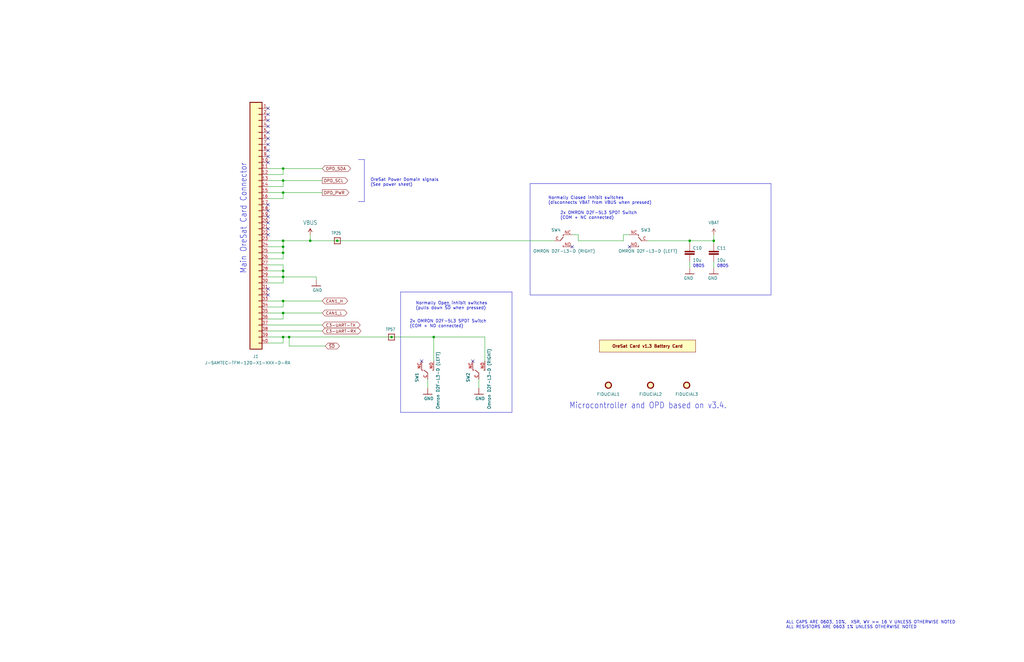
<source format=kicad_sch>
(kicad_sch (version 20230121) (generator eeschema)
  (paper "B")
  (title_block (title "OreSat Battery Card - Connectors") (date "2023-12-02") (rev "3.1"))
  (lib_symbols
    (symbol "Mechanical:Fiducial"
      (property "Reference" "FID" (at 0 5.08 0))
      (property "Value" "Fiducial" (at 0 3.175 0))
      (symbol "Fiducial_0_1"
        (circle (center 0 0) (radius 1.27) (stroke (width 0.508)) (fill (type background)))
      )
    )
    (symbol "oresat-batteries-eagle-import:C-EU0805-B-NOSILK"
      (property "Reference" "C" (at 1.524 0.381 0))
      (symbol "C-EU0805-B-NOSILK_1_0"
        (rectangle (start -2.032 -2.032) (end 2.032 -1.524) (fill (type outline)))
        (rectangle (start -2.032 -1.016) (end 2.032 -0.508) (fill (type outline)))
        (polyline (pts (xy 0 -2.54) (xy 0 -2.032)) (stroke (width 0.1524)))
        (polyline (pts (xy 0 0) (xy 0 -0.508)) (stroke (width 0.1524)))
        (pin passive line (at 0 2.54 270) (length 2.54) (name "1") (number "1"))
        (pin passive line (at 0 -5.08 90) (length 2.54) (name "2") (number "2"))
      )
    )
    (symbol "oresat-batteries-eagle-import:TEST-POINT-LARGE-SQUARE"
      (property "Reference" "TP" (at -2.54 2.54 0))
      (symbol "TEST-POINT-LARGE-SQUARE_1_0"
        (polyline (pts (xy -1.27 -1.27) (xy -1.27 1.27)) (stroke (width 0.254)))
        (polyline (pts (xy -1.27 1.27) (xy 1.27 1.27)) (stroke (width 0.254)))
        (polyline (pts (xy 1.27 -1.27) (xy -1.27 -1.27)) (stroke (width 0.254)))
        (polyline (pts (xy 1.27 1.27) (xy 1.27 -1.27)) (stroke (width 0.254)))
        (pin passive line (at 0 0 0) (length 0) (name "1") (number "1"))
      )
    )
    (symbol "oresat-batteries-eagle-import:VBUS" (power)
      (property "Value" "VBUS" (at 0 0.254 0))
      (symbol "VBUS_1_0"
        (polyline (pts (xy 0 0) (xy -0.762 -1.27)) (stroke (width 0.254)))
        (polyline (pts (xy 0.762 -1.27) (xy 0 0)) (stroke (width 0.254)))
        (pin power_in line (at 0 -2.54 90) (length 2.54) (name "VBUS") (number "1"))
      )
    )
    (symbol "oresat-batteries-eagle-import:supply1_GND" (power)
      (property "Value" "supply1_GND" (at -2.54 -2.54 0))
      (symbol "supply1_GND_1_0"
        (polyline (pts (xy -1.905 0) (xy 1.905 0)) (stroke (width 0.254)))
        (pin power_in line (at 0 2.54 270) (length 2.54) (name "GND") (number "1"))
      )
    )
    (symbol "oresat-connectors:J-SAMTEC-TFM-120-01-L-D-RA" (pin_names hide)
      (property "Reference" "J" (at 0 54.61 0))
      (property "Value" "J-SAMTEC-TFM-120-01-L-D-RA" (at 0 52.07 0))
      (symbol "J-SAMTEC-TFM-120-01-L-D-RA_0_1"
        (rectangle (start 2.413 -50.673) (end 1.143 -50.927) (stroke (width 0.1524)))
        (rectangle (start 2.413 -48.133) (end 1.143 -48.387) (stroke (width 0.1524)))
        (rectangle (start 2.413 -45.593) (end 1.143 -45.847) (stroke (width 0.1524)))
        (rectangle (start 2.413 -43.053) (end 1.143 -43.307) (stroke (width 0.1524)))
        (rectangle (start 2.413 -40.513) (end 1.143 -40.767) (stroke (width 0.1524)))
        (rectangle (start 2.413 -37.973) (end 1.143 -38.227) (stroke (width 0.1524)))
        (rectangle (start 2.413 -35.433) (end 1.143 -35.687) (stroke (width 0.1524)))
        (rectangle (start 2.413 -32.893) (end 1.143 -33.147) (stroke (width 0.1524)))
        (rectangle (start 2.413 -30.353) (end 1.143 -30.607) (stroke (width 0.1524)))
        (rectangle (start 2.413 -27.813) (end 1.143 -28.067) (stroke (width 0.1524)))
        (rectangle (start 2.413 -25.273) (end 1.143 -25.527) (stroke (width 0.1524)))
        (rectangle (start 2.413 -22.733) (end 1.143 -22.987) (stroke (width 0.1524)))
        (rectangle (start 2.413 -20.193) (end 1.143 -20.447) (stroke (width 0.1524)))
        (rectangle (start 2.413 -17.653) (end 1.143 -17.907) (stroke (width 0.1524)))
        (rectangle (start 2.413 -15.113) (end 1.143 -15.367) (stroke (width 0.1524)))
        (rectangle (start 2.413 -12.573) (end 1.143 -12.827) (stroke (width 0.1524)))
        (rectangle (start 2.413 -10.033) (end 1.143 -10.287) (stroke (width 0.1524)))
        (rectangle (start 2.413 -7.493) (end 1.143 -7.747) (stroke (width 0.1524)))
        (rectangle (start 2.413 -4.953) (end 1.143 -5.207) (stroke (width 0.1524)))
        (rectangle (start 2.413 -2.413) (end 1.143 -2.667) (stroke (width 0.1524)))
        (rectangle (start 2.413 0.127) (end 1.143 -0.127) (stroke (width 0.1524)))
        (rectangle (start 2.413 2.667) (end 1.143 2.413) (stroke (width 0.1524)))
        (rectangle (start 2.413 5.207) (end 1.143 4.953) (stroke (width 0.1524)))
        (rectangle (start 2.413 7.747) (end 1.143 7.493) (stroke (width 0.1524)))
        (rectangle (start 2.413 10.287) (end 1.143 10.033) (stroke (width 0.1524)))
        (rectangle (start 2.413 12.827) (end 1.143 12.573) (stroke (width 0.1524)))
        (rectangle (start 2.413 15.367) (end 1.143 15.113) (stroke (width 0.1524)))
        (rectangle (start 2.413 17.907) (end 1.143 17.653) (stroke (width 0.1524)))
        (rectangle (start 2.413 20.447) (end 1.143 20.193) (stroke (width 0.1524)))
        (rectangle (start 2.413 22.987) (end 1.143 22.733) (stroke (width 0.1524)))
        (rectangle (start 2.413 25.527) (end 1.143 25.273) (stroke (width 0.1524)))
        (rectangle (start 2.413 28.067) (end 1.143 27.813) (stroke (width 0.1524)))
        (rectangle (start 2.413 30.607) (end 1.143 30.353) (stroke (width 0.1524)))
        (rectangle (start 2.413 33.147) (end 1.143 32.893) (stroke (width 0.1524)))
        (rectangle (start 2.413 35.687) (end 1.143 35.433) (stroke (width 0.1524)))
        (rectangle (start 2.413 38.227) (end 1.143 37.973) (stroke (width 0.1524)))
        (rectangle (start 2.413 40.767) (end 1.143 40.513) (stroke (width 0.1524)))
        (rectangle (start 2.413 43.307) (end 1.143 43.053) (stroke (width 0.1524)))
        (rectangle (start 2.413 45.847) (end 1.143 45.593) (stroke (width 0.1524)))
        (rectangle (start 2.413 48.387) (end 1.143 48.133) (stroke (width 0.1524)))
      )
      (symbol "J-SAMTEC-TFM-120-01-L-D-RA_1_1"
        (rectangle (start -2.54 50.8) (end 2.54 -53.34) (stroke (width 0.4)) (fill (type background)))
        (pin passive line (at 5.08 48.26 180) (length 2.54) (name "") (number "1"))
        (pin passive line (at 5.08 25.4 180) (length 2.54) (name "") (number "10"))
        (pin passive line (at 5.08 22.86 180) (length 2.54) (name "") (number "11"))
        (pin passive line (at 5.08 20.32 180) (length 2.54) (name "") (number "12"))
        (pin passive line (at 5.08 17.78 180) (length 2.54) (name "") (number "13"))
        (pin passive line (at 5.08 15.24 180) (length 2.54) (name "") (number "14"))
        (pin passive line (at 5.08 12.7 180) (length 2.54) (name "") (number "15"))
        (pin passive line (at 5.08 10.16 180) (length 2.54) (name "") (number "16"))
        (pin passive line (at 5.08 7.62 180) (length 2.54) (name "") (number "17"))
        (pin passive line (at 5.08 5.08 180) (length 2.54) (name "") (number "18"))
        (pin passive line (at 5.08 2.54 180) (length 2.54) (name "") (number "19"))
        (pin passive line (at 5.08 45.72 180) (length 2.54) (name "") (number "2"))
        (pin passive line (at 5.08 0 180) (length 2.54) (name "") (number "20"))
        (pin passive line (at 5.08 -2.54 180) (length 2.54) (name "") (number "21"))
        (pin passive line (at 5.08 -5.08 180) (length 2.54) (name "") (number "22"))
        (pin passive line (at 5.08 -7.62 180) (length 2.54) (name "") (number "23"))
        (pin passive line (at 5.08 -10.16 180) (length 2.54) (name "") (number "24"))
        (pin passive line (at 5.08 -12.7 180) (length 2.54) (name "") (number "25"))
        (pin passive line (at 5.08 -15.24 180) (length 2.54) (name "") (number "26"))
        (pin passive line (at 5.08 -17.78 180) (length 2.54) (name "") (number "27"))
        (pin passive line (at 5.08 -20.32 180) (length 2.54) (name "") (number "28"))
        (pin passive line (at 5.08 -22.86 180) (length 2.54) (name "") (number "29"))
        (pin passive line (at 5.08 43.18 180) (length 2.54) (name "") (number "3"))
        (pin passive line (at 5.08 -25.4 180) (length 2.54) (name "") (number "30"))
        (pin passive line (at 5.08 -27.94 180) (length 2.54) (name "") (number "31"))
        (pin passive line (at 5.08 -30.48 180) (length 2.54) (name "") (number "32"))
        (pin passive line (at 5.08 -33.02 180) (length 2.54) (name "") (number "33"))
        (pin passive line (at 5.08 -35.56 180) (length 2.54) (name "") (number "34"))
        (pin passive line (at 5.08 -38.1 180) (length 2.54) (name "") (number "35"))
        (pin passive line (at 5.08 -40.64 180) (length 2.54) (name "") (number "36"))
        (pin passive line (at 5.08 -43.18 180) (length 2.54) (name "") (number "37"))
        (pin passive line (at 5.08 -45.72 180) (length 2.54) (name "") (number "38"))
        (pin passive line (at 5.08 -48.26 180) (length 2.54) (name "") (number "39"))
        (pin passive line (at 5.08 40.64 180) (length 2.54) (name "") (number "4"))
        (pin passive line (at 5.08 -50.8 180) (length 2.54) (name "") (number "40"))
        (pin passive line (at 5.08 38.1 180) (length 2.54) (name "") (number "5"))
        (pin passive line (at 5.08 35.56 180) (length 2.54) (name "") (number "6"))
        (pin passive line (at 5.08 33.02 180) (length 2.54) (name "") (number "7"))
        (pin passive line (at 5.08 30.48 180) (length 2.54) (name "") (number "8"))
        (pin passive line (at 5.08 27.94 180) (length 2.54) (name "") (number "9"))
      )
    )
    (symbol "oresat-misc:OMRON-D2F-L3-D-LEFT"
      (property "Reference" "SW" (at -5.08 3.81 0))
      (symbol "OMRON-D2F-L3-D-LEFT_1_0"
        (polyline (pts (xy -1.27 0) (xy 0 1.524)) (stroke (width 0.254)))
        (polyline (pts (xy 0 -2.54) (xy 0 -2.032)) (stroke (width 0.254)))
        (polyline (pts (xy 0 2.54) (xy 0 2.032)) (stroke (width 0.254)))
        (pin passive line (at -3.81 0 0) (length 2.54) (name "COM") (number "C"))
        (pin passive line (at 3.81 2.54 180) (length 3.81) (name "NC") (number "NC"))
        (pin passive line (at 3.81 -2.54 180) (length 3.81) (name "NO") (number "NO"))
      )
    )
    (symbol "oresat-misc:OMRON-D2F-L3-D-RIGHT"
      (property "Reference" "SW" (at -6.35 3.81 0))
      (symbol "OMRON-D2F-L3-D-RIGHT_1_0"
        (polyline (pts (xy -1.27 0) (xy 0 1.524)) (stroke (width 0.254)))
        (polyline (pts (xy 0 -2.54) (xy 0 -2.032)) (stroke (width 0.254)))
        (polyline (pts (xy 0 2.54) (xy 0 2.032)) (stroke (width 0.254)))
        (pin passive line (at -3.81 0 0) (length 2.54) (name "COM") (number "C"))
        (pin passive line (at 3.81 2.54 180) (length 3.81) (name "NC") (number "NC"))
        (pin passive line (at 3.81 -2.54 180) (length 3.81) (name "NO") (number "NO"))
      )
    )
    (symbol "oresat-pcbs:ORESAT-CARD-V1.3-BATTERY"
      (symbol "ORESAT-CARD-V1.3-BATTERY_1_0"
        (rectangle (start -20.32 2.54) (end 20.32 -2.54) (fill (type background)))
        (text "OreSat Card v1.3 Battery Card" (at 0 0 0) (effects (font (size 1.27 1.27) bold)))
      )
    )
    (symbol "oresat-power:VBAT" (power) (pin_names (offset 0))
      (property "Value" "VBAT" (at 0 3.556 0))
      (symbol "VBAT_0_1"
        (polyline (pts (xy -0.762 1.27) (xy 0 2.54)))
        (polyline (pts (xy 0 0) (xy 0 2.54)))
        (polyline (pts (xy 0 2.54) (xy 0.762 1.27)))
      )
      (symbol "VBAT_1_1"
        (pin power_in line (at 0 0 90) (length 0) hide (name "VBAT") (number "1"))
      )
    )
  )
  (junction (at 300.99 101.6))
  (junction (at 119.38 71.12))
  (junction (at 290.83 101.6))
  (junction (at 119.38 81.28))
  (junction (at 119.38 101.6))
  (junction (at 119.38 104.14))
  (junction (at 165.1 142.24))
  (junction (at 119.38 76.2))
  (junction (at 119.38 127))
  (junction (at 130.81 101.6))
  (junction (at 119.38 142.24))
  (junction (at 121.92 142.24))
  (junction (at 182.88 142.24))
  (junction (at 119.38 106.68))
  (junction (at 142.24 101.6))
  (junction (at 119.38 132.08))
  (junction (at 119.38 114.3))
  (junction (at 119.38 116.84))
  (no_connect (at 113.03 91.44))
  (no_connect (at 113.03 88.9))
  (no_connect (at 113.03 50.8))
  (no_connect (at 113.03 55.88))
  (no_connect (at 113.03 99.06))
  (no_connect (at 113.03 58.42))
  (no_connect (at 199.39 152.4))
  (no_connect (at 113.03 93.98))
  (no_connect (at 113.03 66.04))
  (no_connect (at 113.03 96.52))
  (no_connect (at 113.03 124.46))
  (no_connect (at 113.03 68.58))
  (no_connect (at 113.03 60.96))
  (no_connect (at 113.03 53.34))
  (no_connect (at 113.03 63.5))
  (no_connect (at 113.03 121.92))
  (no_connect (at 113.03 86.36))
  (no_connect (at 241.3 104.14))
  (no_connect (at 113.03 45.72))
  (no_connect (at 265.43 104.14))
  (no_connect (at 113.03 48.26))
  (no_connect (at 177.8 152.4))
  (polyline (pts (xy 215.9 123.19) (xy 168.91 123.19)) (stroke (width 0.1524) (type solid)))
  (wire (pts (xy 113.03 119.38) (xy 119.38 119.38)) (stroke (width 0.1524)))
  (wire (pts (xy 119.38 78.74) (xy 119.38 76.2)) (stroke (width 0.1524)))
  (wire (pts (xy 119.38 106.68) (xy 119.38 104.14)) (stroke (width 0.1524)))
  (wire (pts (xy 119.38 127) (xy 135.89 127)) (stroke (width 0.1524)))
  (wire (pts (xy 113.03 78.74) (xy 119.38 78.74)) (stroke (width 0.1524)))
  (wire (pts (xy 241.3 99.06) (xy 242.57 99.06)))
  (wire (pts (xy 113.03 111.76) (xy 119.38 111.76)) (stroke (width 0.1524)))
  (wire (pts (xy 119.38 104.14) (xy 113.03 104.14)) (stroke (width 0.1524)))
  (wire (pts (xy 243.84 101.6) (xy 262.89 101.6)) (stroke (width 0.1524)))
  (polyline (pts (xy 325.12 77.47) (xy 223.52 77.47)) (stroke (width 0.1524) (type solid)))
  (wire (pts (xy 274.32 101.6) (xy 290.83 101.6)) (stroke (width 0.1524)))
  (wire (pts (xy 290.83 110.49) (xy 290.83 113.03)) (stroke (width 0.1524)))
  (wire (pts (xy 119.38 129.54) (xy 119.38 127)) (stroke (width 0.1524)))
  (wire (pts (xy 273.05 101.6) (xy 274.32 101.6)))
  (wire (pts (xy 300.99 99.06) (xy 300.99 101.6)))
  (wire (pts (xy 119.38 132.08) (xy 135.89 132.08)) (stroke (width 0.1524)))
  (wire (pts (xy 119.38 144.78) (xy 119.38 142.24)) (stroke (width 0.1524)))
  (wire (pts (xy 119.38 76.2) (xy 113.03 76.2)) (stroke (width 0.1524)))
  (wire (pts (xy 113.03 114.3) (xy 119.38 114.3)) (stroke (width 0.1524)))
  (wire (pts (xy 180.34 161.29) (xy 180.34 163.83)) (stroke (width 0.1524)))
  (polyline (pts (xy 168.91 123.19) (xy 168.91 173.99)) (stroke (width 0.1524) (type solid)))
  (wire (pts (xy 113.03 132.08) (xy 119.38 132.08)) (stroke (width 0.1524)))
  (wire (pts (xy 119.38 109.22) (xy 119.38 106.68)) (stroke (width 0.1524)))
  (wire (pts (xy 121.92 142.24) (xy 165.1 142.24)) (stroke (width 0.1524)))
  (wire (pts (xy 119.38 83.82) (xy 119.38 81.28)) (stroke (width 0.1524)))
  (wire (pts (xy 242.57 99.06) (xy 243.84 99.06)) (stroke (width 0.1524)))
  (wire (pts (xy 182.88 151.13) (xy 182.88 142.24)) (stroke (width 0.1524)))
  (wire (pts (xy 182.88 142.24) (xy 204.47 142.24)) (stroke (width 0.1524)))
  (wire (pts (xy 113.03 116.84) (xy 119.38 116.84)) (stroke (width 0.1524)))
  (wire (pts (xy 121.92 146.05) (xy 121.92 142.24)) (stroke (width 0.1524)))
  (wire (pts (xy 300.99 102.87) (xy 300.99 101.6)) (stroke (width 0.1524)))
  (wire (pts (xy 119.38 76.2) (xy 135.89 76.2)) (stroke (width 0.1524)))
  (wire (pts (xy 133.35 116.84) (xy 133.35 118.11)) (stroke (width 0.1524)))
  (wire (pts (xy 119.38 81.28) (xy 135.89 81.28)) (stroke (width 0.1524)))
  (wire (pts (xy 119.38 73.66) (xy 119.38 71.12)) (stroke (width 0.1524)))
  (wire (pts (xy 113.03 134.62) (xy 119.38 134.62)) (stroke (width 0.1524)))
  (polyline (pts (xy 168.91 173.99) (xy 215.9 173.99)) (stroke (width 0.1524) (type solid)))
  (wire (pts (xy 165.1 142.24) (xy 182.88 142.24)) (stroke (width 0.1524)))
  (wire (pts (xy 119.38 116.84) (xy 133.35 116.84)) (stroke (width 0.1524)))
  (polyline (pts (xy 215.9 173.99) (xy 215.9 123.19)) (stroke (width 0.1524) (type solid)))
  (wire (pts (xy 243.84 99.06) (xy 243.84 101.6)) (stroke (width 0.1524)))
  (wire (pts (xy 113.03 109.22) (xy 119.38 109.22)) (stroke (width 0.1524)))
  (wire (pts (xy 182.88 151.13) (xy 182.88 152.4)))
  (polyline (pts (xy 223.52 124.46) (xy 325.12 124.46)) (stroke (width 0.1524) (type solid)))
  (wire (pts (xy 119.38 101.6) (xy 119.38 104.14)) (stroke (width 0.1524)))
  (wire (pts (xy 119.38 142.24) (xy 113.03 142.24)) (stroke (width 0.1524)))
  (wire (pts (xy 119.38 114.3) (xy 119.38 116.84)) (stroke (width 0.1524)))
  (polyline (pts (xy 223.52 77.47) (xy 223.52 124.46)) (stroke (width 0.1524) (type solid)))
  (wire (pts (xy 119.38 119.38) (xy 119.38 116.84)) (stroke (width 0.1524)))
  (wire (pts (xy 119.38 101.6) (xy 130.81 101.6)) (stroke (width 0.1524)))
  (wire (pts (xy 262.89 101.6) (xy 262.89 99.06)) (stroke (width 0.1524)))
  (wire (pts (xy 130.81 101.6) (xy 142.24 101.6)))
  (wire (pts (xy 119.38 114.3) (xy 119.38 111.76)) (stroke (width 0.1524)))
  (wire (pts (xy 113.03 144.78) (xy 119.38 144.78)) (stroke (width 0.1524)))
  (wire (pts (xy 201.93 163.83) (xy 201.93 161.29)) (stroke (width 0.1524)))
  (wire (pts (xy 204.47 142.24) (xy 204.47 152.4)) (stroke (width 0.1524)))
  (wire (pts (xy 113.03 127) (xy 119.38 127)) (stroke (width 0.1524)))
  (wire (pts (xy 113.03 137.16) (xy 135.89 137.16)) (stroke (width 0.1524)))
  (polyline (pts (xy 151.13 67.31) (xy 153.67 67.31)) (stroke (width 0.1524) (type solid)))
  (wire (pts (xy 113.03 129.54) (xy 119.38 129.54)) (stroke (width 0.1524)))
  (wire (pts (xy 119.38 81.28) (xy 113.03 81.28)) (stroke (width 0.1524)))
  (wire (pts (xy 300.99 110.49) (xy 300.99 113.03)) (stroke (width 0.1524)))
  (wire (pts (xy 290.83 101.6) (xy 300.99 101.6)) (stroke (width 0.1524)))
  (wire (pts (xy 180.34 160.02) (xy 180.34 161.29)))
  (wire (pts (xy 262.89 99.06) (xy 264.16 99.06)) (stroke (width 0.1524)))
  (wire (pts (xy 113.03 101.6) (xy 119.38 101.6)) (stroke (width 0.1524)))
  (wire (pts (xy 232.41 101.6) (xy 233.68 101.6)))
  (wire (pts (xy 119.38 71.12) (xy 113.03 71.12)) (stroke (width 0.1524)))
  (wire (pts (xy 137.16 146.05) (xy 121.92 146.05)) (stroke (width 0.1524)))
  (wire (pts (xy 119.38 142.24) (xy 121.92 142.24)) (stroke (width 0.1524)))
  (wire (pts (xy 201.93 160.02) (xy 201.93 161.29)))
  (polyline (pts (xy 153.67 85.09) (xy 151.13 85.09)) (stroke (width 0.1524) (type solid)))
  (wire (pts (xy 113.03 73.66) (xy 119.38 73.66)) (stroke (width 0.1524)))
  (polyline (pts (xy 153.67 67.31) (xy 153.67 85.09)) (stroke (width 0.1524) (type solid)))
  (wire (pts (xy 290.83 102.87) (xy 290.83 101.6)) (stroke (width 0.1524)))
  (polyline (pts (xy 325.12 124.46) (xy 325.12 77.47)) (stroke (width 0.1524) (type solid)))
  (wire (pts (xy 264.16 99.06) (xy 265.43 99.06)))
  (wire (pts (xy 113.03 139.7) (xy 135.89 139.7)) (stroke (width 0.1524)))
  (wire (pts (xy 113.03 106.68) (xy 119.38 106.68)) (stroke (width 0.1524)))
  (wire (pts (xy 142.24 101.6) (xy 232.41 101.6)) (stroke (width 0.1524)))
  (wire (pts (xy 113.03 83.82) (xy 119.38 83.82)) (stroke (width 0.1524)))
  (wire (pts (xy 130.81 99.06) (xy 130.81 101.6)))
  (wire (pts (xy 119.38 134.62) (xy 119.38 132.08)) (stroke (width 0.1524)))
  (wire (pts (xy 135.89 71.12) (xy 119.38 71.12)) (stroke (width 0.1524)))
  (text "0805" (at 302.26 113.03 0) (effects (font (size 1.27 1.27)) (justify left bottom)))
  (text "Microcontroller and OPD based on v3.4." (at 240.03 172.72 0) (effects (font (size 2.54 2.159)) (justify left bottom)))
  (text "2x OMRON D2F-5L3 SPDT Switch\n(COM + NO connected)" (at 172.72 138.43 0) (effects (font (size 1.27 1.27)) (justify left bottom)))
  (text "OreSat Power Domain signals\n(See power sheet)" (at 156.21 78.74 0) (effects (font (size 1.27 1.27)) (justify left bottom)))
  (text "Normally Open inhibit switches\n(pulls down ~{SD} when pressed)" (at 175.26 130.81 0) (effects (font (size 1.27 1.27)) (justify left bottom)))
  (text "0805" (at 292.1 113.03 0) (effects (font (size 1.27 1.27)) (justify left bottom)))
  (text "Main OreSat Card Connector" (at 104.14 115.57 90) (effects (font (size 2.54 2.159)) (justify left bottom)))
  (text "2x OMRON D2F-5L3 SPDT Switch\n(COM + NC connected)" (at 236.22 92.71 0) (effects (font (size 1.27 1.27)) (justify left bottom)))
  (text "ALL CAPS ARE 0603, 10%,  X5R, WV >= 16 V UNLESS OTHERWISE NOTED\nALL RESISTORS ARE 0603 1% UNLESS OTHERWISE NOTED" (at 331.47 265.43 0) (effects (font (size 1.27 1.27)) (justify left bottom)))
  (text "Normally Closed inhibit switches\n(disconnects VBAT from VBUS when pressed)" (at 231.14 86.36 0) (effects (font (size 1.27 1.27)) (justify left bottom)))
  (global_label "C3-UART-TX" (shape bidirectional) (at 135.89 137.16 0) (property "Intersheetrefs" "${INTERSHEET_REFS}" (at 152.4446 137.16 0) (effects (justify left))))
  (global_label "~{SD}" (shape bidirectional) (at 137.16 146.05 0) (property "Intersheetrefs" "${INTERSHEET_REFS}" (at 143.736 146.05 0) (effects (justify left))))
  (global_label "OPD_SDA" (shape bidirectional) (at 135.89 71.12 0) (property "Intersheetrefs" "${INTERSHEET_REFS}" (at 148.3927 71.12 0) (effects (justify left))))
  (global_label "CAN1_H" (shape bidirectional) (at 135.89 127 0) (property "Intersheetrefs" "${INTERSHEET_REFS}" (at 147.1832 127 0) (effects (justify left))))
  (global_label "C3-UART-RX" (shape bidirectional) (at 135.89 139.7 0) (property "Intersheetrefs" "${INTERSHEET_REFS}" (at 152.747 139.7 0) (effects (justify left))))
  (global_label "OPD_SCL" (shape output) (at 135.89 76.2 0) (property "Intersheetrefs" "${INTERSHEET_REFS}" (at 147.2209 76.2 0) (effects (justify left))))
  (global_label "CAN1_L" (shape bidirectional) (at 135.89 132.08 0) (property "Intersheetrefs" "${INTERSHEET_REFS}" (at 146.8808 132.08 0) (effects (justify left))))
  (global_label "OPD_PWR" (shape output) (at 135.89 81.28 0) (property "Intersheetrefs" "${INTERSHEET_REFS}" (at 147.7047 81.28 0) (effects (justify left))))
  (symbol (lib_id "oresat-batteries-eagle-import:supply1_GND") (at 133.35 120.65 0) (mirror y) (unit 1)
    (property "Reference" "#GND01" (effects hide))
    (property "Value" "GND" (at 135.89 123.19 0) (effects (justify left bottom)))
  )
  (symbol (lib_id "oresat-misc:OMRON-D2F-L3-D-LEFT") (at 180.34 156.21 90) (unit 1)
    (property "Reference" "SW1" (at 176.53 161.29 0) (effects (justify left bottom)))
    (property "Value" "Omron D2F-L3-D (LEFT)" (at 185.42 172.72 0) (effects (justify left bottom)))
    (property "Footprint" "oresat-misc:D2F-L3-D-HORIZONTAL-L" (effects hide))
  )
  (symbol (lib_id "oresat-batteries-eagle-import:supply1_GND") (at 300.99 115.57 0) (unit 1)
    (property "Reference" "#GND037" (effects hide))
    (property "Value" "GND" (at 298.45 118.11 0) (effects (justify left bottom)))
  )
  (symbol (lib_id "oresat-pcbs:ORESAT-CARD-V1.3-BATTERY") (at 273.05 146.05 0) (unit 1)
    (property "Reference" "PCB1" (effects hide))
    (property "Value" "ORESAT-CARD-V1.3-BATTERY" (effects hide))
    (property "Footprint" "oresat-pcbs:ORESAT-CARD-V1.3-BATTERY-V3.0" (effects hide))
  )
  (symbol (lib_id "oresat-batteries-eagle-import:C-EU0805-B-NOSILK") (at 300.99 105.41 0) (unit 1)
    (property "Reference" "C11" (at 302.26 105.41 0) (effects (justify left bottom)))
    (property "Value" "10u" (at 302.26 110.49 0) (effects (justify left bottom)))
    (property "Footprint" "oresat-batteries:.0805-B-NOSILK" (effects hide))
    (property "DIS" "Digi-Key" (effects hide))
    (property "DPN" "1276-2893-1-ND" (effects hide))
    (property "MFR" "Samsung" (effects hide))
    (property "MPN" "CL21A106KOFNNNE" (effects hide))
  )
  (symbol (lib_id "oresat-power:VBAT") (at 300.99 99.06 0) (unit 1)
    (property "Reference" "#VBAT01" (effects hide))
    (property "Value" "VBAT" (at 300.99 93.98 0))
  )
  (symbol (lib_id "oresat-misc:OMRON-D2F-L3-D-LEFT") (at 269.24 101.6 0) (mirror y) (unit 1)
    (property "Reference" "SW3" (at 274.32 97.79 0) (effects (justify left bottom)))
    (property "Value" "OMRON D2F-L3-D (LEFT)" (at 285.75 106.68 0) (effects (justify left bottom)))
    (property "Footprint" "oresat-misc:D2F-L3-D-HORIZONTAL-L" (effects hide))
  )
  (symbol (lib_id "oresat-batteries-eagle-import:C-EU0805-B-NOSILK") (at 290.83 105.41 0) (unit 1)
    (property "Reference" "C10" (at 292.1 105.41 0) (effects (justify left bottom)))
    (property "Value" "10u" (at 292.1 110.49 0) (effects (justify left bottom)))
    (property "Footprint" "oresat-batteries:.0805-B-NOSILK" (effects hide))
    (property "DIS" "Digi-Key" (effects hide))
    (property "DPN" "1276-2893-1-ND" (effects hide))
    (property "MFR" "Samsung" (effects hide))
    (property "MPN" "CL21A106KOFNNNE" (effects hide))
  )
  (symbol (lib_id "Mechanical:Fiducial") (at 289.56 162.56 0) (unit 1)
    (property "Reference" "FIDUCIAL3" (at 289.56 166.37 0))
    (property "Value" "FIDUCIAL-1.0X2.0" (effects hide))
    (property "Footprint" "Fiducial:Fiducial_1mm_Mask2mm" (effects hide))
  )
  (symbol (lib_id "oresat-batteries-eagle-import:supply1_GND") (at 201.93 166.37 0) (mirror y) (unit 1)
    (property "Reference" "#GND073" (effects hide))
    (property "Value" "GND" (at 204.47 168.91 0) (effects (justify left bottom)))
  )
  (symbol (lib_id "Mechanical:Fiducial") (at 274.32 162.56 0) (unit 1)
    (property "Reference" "FIDUCIAL2" (at 274.32 166.37 0))
    (property "Value" "FIDUCIAL-1.0X2.0" (effects hide))
    (property "Footprint" "Fiducial:Fiducial_1mm_Mask2mm" (effects hide))
  )
  (symbol (lib_id "oresat-misc:OMRON-D2F-L3-D-RIGHT") (at 237.49 101.6 0) (unit 1)
    (property "Reference" "SW4" (at 232.41 97.79 0) (effects (justify left bottom)))
    (property "Value" "OMRON D2F-L3-D (RIGHT)" (at 224.79 106.68 0) (effects (justify left bottom)))
    (property "Footprint" "oresat-misc:D2F-L3-D-HORIZONTAL-R" (effects hide))
  )
  (symbol (lib_id "oresat-batteries-eagle-import:TEST-POINT-LARGE-SQUARE") (at 142.24 101.6 0) (unit 1)
    (property "Reference" "TP25" (at 139.7 99.06 0) (effects (font (size 1.27 1.0795)) (justify left bottom)))
    (property "Value" "TEST-POINT-LARGE-SQUARE" (effects hide))
    (property "Footprint" "oresat-batteries:1X01" (effects hide))
  )
  (symbol (lib_id "oresat-batteries-eagle-import:VBUS") (at 130.81 96.52 0) (unit 1)
    (property "Reference" "#VBUS02" (effects hide))
    (property "Value" "VBUS" (at 130.81 93.98 0) (effects (font (size 1.778 1.5113))))
  )
  (symbol (lib_id "Mechanical:Fiducial") (at 256.54 162.56 0) (unit 1)
    (property "Reference" "FIDUCIAL1" (at 256.54 166.37 0))
    (property "Value" "FIDUCIAL-1.0X2.0" (effects hide))
    (property "Footprint" "Fiducial:Fiducial_1mm_Mask2mm" (effects hide))
  )
  (symbol (lib_id "oresat-connectors:J-SAMTEC-TFM-120-01-L-D-RA") (at 107.95 93.98 0) (unit 1)
    (property "Reference" "J1" (at 106.68 151.13 0) (effects (justify left bottom)))
    (property "Value" "J-SAMTEC-TFM-120-X1-XXX-D-RA" (at 86.36 152.4 0) (effects (justify left top)))
    (property "Footprint" "oresat-connectors:J-SAMTEC-TFM-120-X1-XXX-D-RA" (effects hide))
    (property "Datasheet" "https://suddendocs.samtec.com/catalog_english/tfm.pdf" (effects hide))
    (property "MFR" "Samtec" (effects hide))
    (property "MPN" "TFM-120-01-L-D-RA" (effects hide))
  )
  (symbol (lib_id "oresat-batteries-eagle-import:supply1_GND") (at 180.34 166.37 0) (mirror y) (unit 1)
    (property "Reference" "#GND072" (effects hide))
    (property "Value" "GND" (at 182.88 168.91 0) (effects (justify left bottom)))
  )
  (symbol (lib_id "oresat-batteries-eagle-import:TEST-POINT-LARGE-SQUARE") (at 165.1 142.24 0) (unit 1)
    (property "Reference" "TP57" (at 162.56 139.7 0) (effects (font (size 1.27 1.0795)) (justify left bottom)))
    (property "Value" "TEST-POINT-LARGE-SQUARE" (effects hide))
    (property "Footprint" "oresat-batteries:1X01" (effects hide))
  )
  (symbol (lib_id "oresat-batteries-eagle-import:supply1_GND") (at 290.83 115.57 0) (unit 1)
    (property "Reference" "#GND036" (effects hide))
    (property "Value" "GND" (at 288.29 118.11 0) (effects (justify left bottom)))
  )
  (symbol (lib_id "oresat-misc:OMRON-D2F-L3-D-RIGHT") (at 201.93 156.21 90) (unit 1)
    (property "Reference" "SW2" (at 198.12 161.29 0) (effects (justify left bottom)))
    (property "Value" "Omron D2F-L3-D (RIGHT)" (at 207.01 172.72 0) (effects (justify left bottom)))
    (property "Footprint" "oresat-misc:D2F-L3-D-HORIZONTAL-R" (effects hide))
  )
)
</source>
